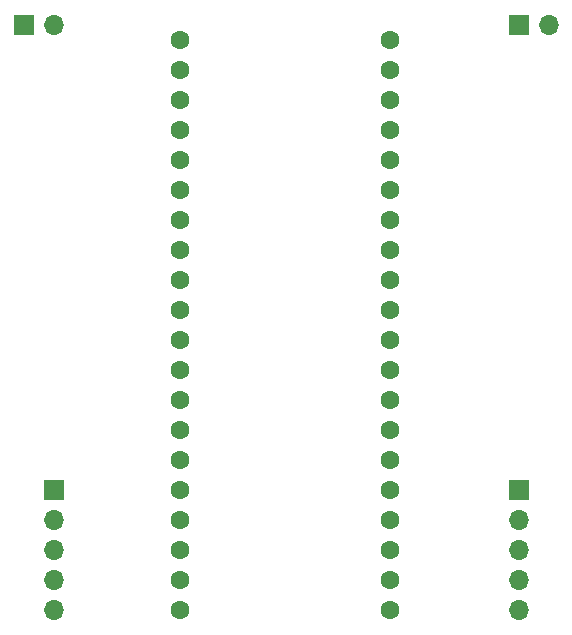
<source format=gbr>
%TF.GenerationSoftware,KiCad,Pcbnew,(6.0.6-0)*%
%TF.CreationDate,2022-10-25T05:48:04+09:00*%
%TF.ProjectId,PicoPi-1,5069636f-5069-42d3-912e-6b696361645f,rev?*%
%TF.SameCoordinates,Original*%
%TF.FileFunction,Soldermask,Bot*%
%TF.FilePolarity,Negative*%
%FSLAX46Y46*%
G04 Gerber Fmt 4.6, Leading zero omitted, Abs format (unit mm)*
G04 Created by KiCad (PCBNEW (6.0.6-0)) date 2022-10-25 05:48:04*
%MOMM*%
%LPD*%
G01*
G04 APERTURE LIST*
%ADD10C,1.600000*%
%ADD11R,1.700000X1.700000*%
%ADD12O,1.700000X1.700000*%
G04 APERTURE END LIST*
D10*
%TO.C,J1*%
X124968000Y-132080000D03*
X124968000Y-134620000D03*
X124968000Y-137160000D03*
X124968000Y-139700000D03*
X124968000Y-142240000D03*
X124968000Y-144780000D03*
X124968000Y-147320000D03*
X124968000Y-149860000D03*
X124968000Y-152400000D03*
X124968000Y-154940000D03*
X124968000Y-157480000D03*
X124968000Y-160020000D03*
X124968000Y-162560000D03*
X124968000Y-165100000D03*
X124968000Y-167640000D03*
X124968000Y-170180000D03*
X124968000Y-172720000D03*
X124968000Y-175260000D03*
X124968000Y-177800000D03*
X124968000Y-180340000D03*
X142748000Y-180340000D03*
X142748000Y-177800000D03*
X142748000Y-175260000D03*
X142748000Y-172720000D03*
X142748000Y-170180000D03*
X142748000Y-167640000D03*
X142748000Y-165100000D03*
X142748000Y-162560000D03*
X142748000Y-160020000D03*
X142748000Y-157480000D03*
X142748000Y-154940000D03*
X142748000Y-152400000D03*
X142748000Y-149860000D03*
X142748000Y-147320000D03*
X142748000Y-144780000D03*
X142748000Y-142240000D03*
X142748000Y-139700000D03*
X142748000Y-137160000D03*
X142748000Y-134620000D03*
X142748000Y-132080000D03*
%TD*%
D11*
%TO.C,J2*%
X114300000Y-170185000D03*
D12*
X114300000Y-172725000D03*
X114300000Y-175265000D03*
X114300000Y-177805000D03*
X114300000Y-180345000D03*
%TD*%
D11*
%TO.C,J3*%
X153670000Y-170180000D03*
D12*
X153670000Y-172720000D03*
X153670000Y-175260000D03*
X153670000Y-177800000D03*
X153670000Y-180340000D03*
%TD*%
D11*
%TO.C,J4*%
X111760000Y-130810000D03*
D12*
X114300000Y-130810000D03*
%TD*%
D11*
%TO.C,J5*%
X153670000Y-130810000D03*
D12*
X156210000Y-130810000D03*
%TD*%
M02*

</source>
